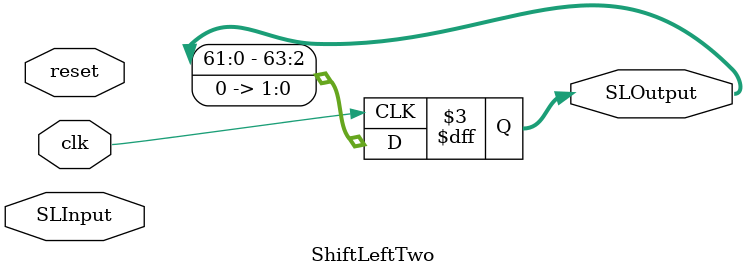
<source format=v>
`timescale 1ns / 1ps

module ShiftLeftTwo(
    input clk,
    input reset,

    input [63:0] SLInput,
    output reg [63:0] SLOutput
    );
    always @(posedge clk)
    begin
        SLOutput = SLOutput << 2;
    end


endmodule

</source>
